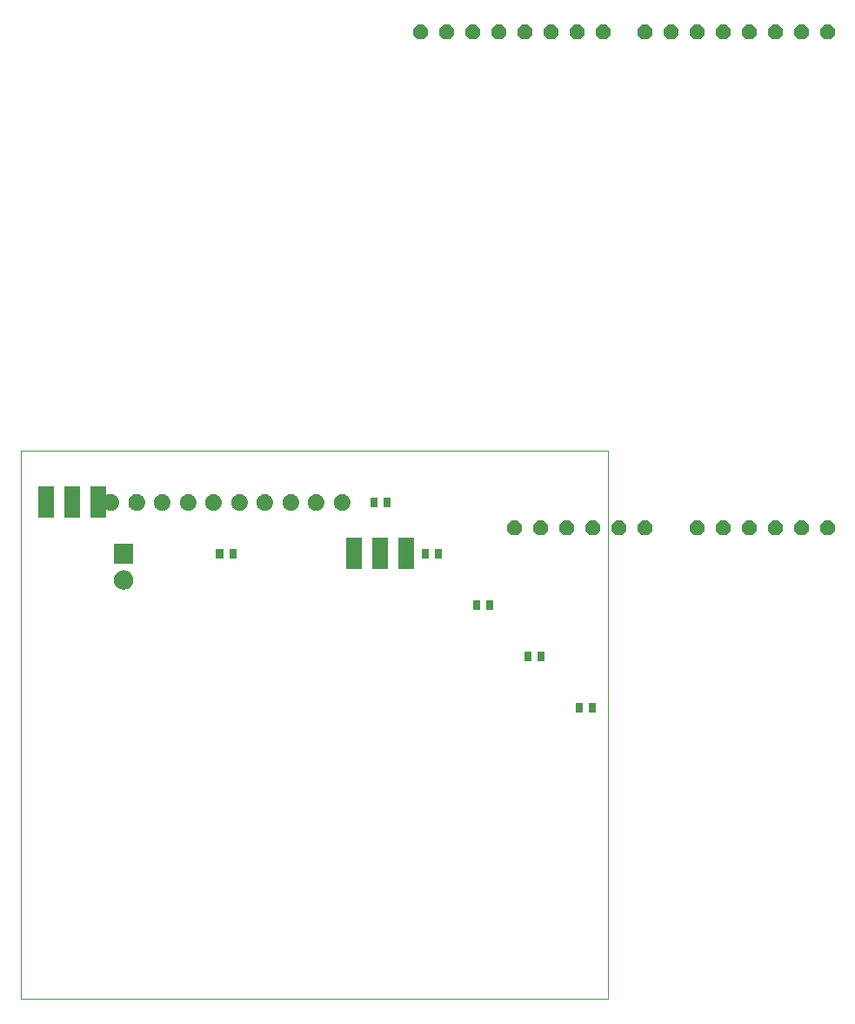
<source format=gts>
G75*
G71*
%OFA0B0*%
%FSLAX23Y23*%
%IPPOS*%
%LPD*%
%ADD10C,0.1*%
%LPD*%D10*
X0Y0D02*
X0Y100D01*
X0Y200D01*
X0Y300D01*
X0Y400D01*
X0Y499D01*
X0Y599D01*
X0Y699D01*
X0Y799D01*
X0Y899D01*
X0Y999D01*
X0Y1099D01*
X0Y1199D01*
X0Y1299D01*
X0Y1398D01*
X0Y1498D01*
X0Y1598D01*
X0Y1698D01*
X0Y1798D01*
X0Y1898D01*
X0Y1998D01*
X0Y2098D01*
X0Y2198D01*
X0Y2297D01*
X0Y2397D01*
X0Y2497D01*
X0Y2597D01*
X0Y2697D01*
X0Y2797D01*
X0Y2897D01*
X0Y2997D01*
X0Y3097D01*
X0Y3196D01*
X0Y3296D01*
X0Y3396D01*
X0Y3496D01*
X0Y3596D01*
X0Y3696D01*
X0Y3796D01*
X0Y3896D01*
X0Y3995D01*
X0Y4095D01*
X0Y4195D01*
X0Y4295D01*
X0Y4395D01*
X0Y4495D01*
X0Y4595D01*
X0Y4695D01*
X0Y4795D01*
X0Y4894D01*
X0Y4994D01*
X0Y5094D01*
X0Y5194D01*
X0Y5294D01*
X0Y5394D01*
X0Y5494D01*
X0Y5594D01*
X0Y5694D01*
X0Y5793D01*
X0Y5893D01*
X0Y5993D01*
X0Y6093D01*
X0Y6193D01*
X0Y6293D01*
X0Y6393D01*
X0Y6493D01*
X0Y6593D01*
X0Y6692D01*
X0Y6792D01*
X0Y6892D01*
X0Y6992D01*
X0Y7092D01*
X0Y7192D01*
X0Y7292D01*
X0Y7392D01*
X0Y7492D01*
X0Y7591D01*
X0Y7691D01*
X0Y7791D01*
X0Y7891D01*
X0Y7991D01*
X0Y8091D01*
X0Y8191D01*
X0Y8291D01*
X0Y8391D01*
X0Y8490D01*
X0Y8590D01*
X0Y8690D01*
X0Y8790D01*
X0Y8890D01*
X0Y8990D01*
X0Y9090D01*
X0Y9190D01*
X0Y9290D01*
X0Y9389D01*
X0Y9489D01*
X0Y9589D01*
X0Y9689D01*
X0Y9789D01*
X0Y9889D01*
X0Y9989D01*
X0Y10089D01*
X0Y10188D01*
X0Y10288D01*
X0Y10388D01*
X0Y10488D01*
X0Y10588D01*
X0Y10688D01*
X0Y10788D01*
X0Y10888D01*
X0Y10988D01*
X0Y11087D01*
X0Y11187D01*
X0Y11287D01*
X0Y11387D01*
X0Y11487D01*
X0Y11587D01*
X0Y11687D01*
X0Y11787D01*
X0Y11887D01*
X0Y11986D01*
X0Y12086D01*
X0Y12186D01*
X0Y12286D01*
X0Y12386D01*
X0Y12486D01*
X0Y12586D01*
X0Y12686D01*
X0Y12786D01*
X0Y12885D01*
X0Y12985D01*
X0Y13085D01*
X0Y13185D01*
X0Y13285D01*
X0Y13385D01*
X0Y13485D01*
X0Y13585D01*
X0Y13685D01*
X0Y13784D01*
X0Y13884D01*
X0Y13984D01*
X0Y14084D01*
X0Y14184D01*
X0Y14284D01*
X0Y14384D01*
X0Y14484D01*
X0Y14584D01*
X0Y14683D01*
X0Y14783D01*
X0Y14883D01*
X0Y14983D01*
X0Y15083D01*
X0Y15183D01*
X0Y15283D01*
X0Y15383D01*
X0Y15483D01*
X0Y15582D01*
X0Y15682D01*
X0Y15782D01*
X0Y15882D01*
X0Y15982D01*
X0Y16082D01*
X0Y16182D01*
X0Y16282D01*
X0Y16381D01*
X0Y16481D01*
X0Y16581D01*
X0Y16681D01*
X0Y16781D01*
X0Y16881D01*
X0Y16981D01*
X0Y17081D01*
X0Y17181D01*
X0Y17280D01*
X0Y17380D01*
X0Y17480D01*
X0Y17580D01*
X0Y17680D01*
X0Y17780D01*
X0Y17880D01*
X0Y17980D01*
X0Y18080D01*
X0Y18179D01*
X0Y18279D01*
X0Y18379D01*
X0Y18479D01*
X0Y18579D01*
X0Y18679D01*
X0Y18779D01*
X0Y18879D01*
X0Y18979D01*
X0Y19078D01*
X0Y19178D01*
X0Y19278D01*
X0Y19378D01*
X0Y19478D01*
X0Y19578D01*
X0Y19678D01*
X0Y19778D01*
X0Y19878D01*
X0Y19977D01*
X0Y20077D01*
X0Y20177D01*
X0Y20277D01*
X0Y20377D01*
X0Y20477D01*
X0Y20577D01*
X0Y20677D01*
X0Y20777D01*
X0Y20876D01*
X0Y20976D01*
X0Y21076D01*
X0Y21176D01*
X0Y21276D01*
X0Y21376D01*
X0Y21476D01*
X0Y21576D01*
X0Y21676D01*
X0Y21775D01*
X0Y21875D01*
X0Y21975D01*
X0Y22075D01*
X0Y22175D01*
X0Y22275D01*
X0Y22375D01*
X0Y22475D01*
X0Y22575D01*
X0Y22674D01*
X0Y22774D01*
X0Y22874D01*
X0Y22974D01*
X0Y23074D01*
X0Y23174D01*
X0Y23274D01*
X0Y23374D01*
X0Y23473D01*
X0Y23573D01*
X0Y23673D01*
X0Y23773D01*
X0Y23873D01*
X0Y23973D01*
X0Y24073D01*
X0Y24173D01*
X0Y24273D01*
X0Y24372D01*
X0Y24472D01*
X0Y24572D01*
X0Y24672D01*
X0Y24772D01*
X0Y24872D01*
X0Y24972D01*
X0Y25072D01*
X0Y25172D01*
X0Y25271D01*
X0Y25371D01*
X0Y25471D01*
X0Y25571D01*
X0Y25671D01*
X0Y25771D01*
X0Y25871D01*
X0Y25971D01*
X0Y26071D01*
X0Y26170D01*
X0Y26270D01*
X0Y26370D01*
X0Y26470D01*
X0Y26570D01*
X0Y26670D01*
X0Y26770D01*
X0Y26870D01*
X0Y26970D01*
X0Y27069D01*
X0Y27169D01*
X0Y27269D01*
X0Y27369D01*
X0Y27469D01*
X0Y27569D01*
X0Y27669D01*
X0Y27769D01*
X0Y27869D01*
X0Y27968D01*
X0Y28068D01*
X0Y28168D01*
X0Y28268D01*
X0Y28368D01*
X0Y28468D01*
X0Y28568D01*
X0Y28668D01*
X0Y28768D01*
X0Y28867D01*
X0Y28967D01*
X0Y29067D01*
X0Y29167D01*
X0Y29267D01*
X0Y29367D01*
X0Y29467D01*
X0Y29567D01*
X0Y29667D01*
X0Y29766D01*
X0Y29866D01*
X0Y29966D01*
X0Y30066D01*
X0Y30166D01*
X0Y30266D01*
X0Y30366D01*
X0Y30466D01*
X0Y30565D01*
X0Y30665D01*
X0Y30765D01*
X0Y30865D01*
X0Y30965D01*
X0Y31065D01*
X0Y31165D01*
X0Y31265D01*
X0Y31365D01*
X0Y31464D01*
X0Y31564D01*
X0Y31664D01*
X0Y31764D01*
X0Y31864D01*
X0Y31964D01*
X0Y32064D01*
X0Y32164D01*
X0Y32264D01*
X0Y32363D01*
X0Y32463D01*
X0Y32563D01*
X0Y32663D01*
X0Y32763D01*
X0Y32863D01*
X0Y32963D01*
X0Y33063D01*
X0Y33163D01*
X0Y33262D01*
X0Y33362D01*
X0Y33462D01*
X0Y33562D01*
X0Y33662D01*
X0Y33762D01*
X0Y33862D01*
X0Y33962D01*
X0Y34062D01*
X0Y34161D01*
X0Y34261D01*
X0Y34361D01*
X0Y34461D01*
X0Y34561D01*
X0Y34661D01*
X0Y34761D01*
X0Y34861D01*
X0Y34961D01*
X0Y35060D01*
X0Y35160D01*
X0Y35260D01*
X0Y35360D01*
X0Y35460D01*
X0Y35560D01*
X0Y35660D01*
X0Y35760D01*
X0Y35860D01*
X0Y35959D01*
X0Y36059D01*
X0Y36159D01*
X0Y36259D01*
X0Y36359D01*
X0Y36459D01*
X0Y36559D01*
X0Y36659D01*
X0Y36759D01*
X0Y36858D01*
X0Y36958D01*
X0Y37058D01*
X0Y37158D01*
X0Y37258D01*
X0Y37358D01*
X0Y37458D01*
X0Y37558D01*
X0Y37658D01*
X0Y37757D01*
X0Y37857D01*
X0Y37957D01*
X0Y38057D01*
X0Y38157D01*
X0Y38257D01*
X0Y38357D01*
X0Y38457D01*
X0Y38556D01*
X0Y38656D01*
X0Y38756D01*
X0Y38856D01*
X0Y38956D01*
X0Y39056D01*
X0Y39156D01*
X0Y39256D01*
X0Y39356D01*
X0Y39455D01*
X0Y39555D01*
X0Y39655D01*
X0Y39755D01*
X0Y39855D01*
X0Y39955D01*
X0Y40055D01*
X0Y40155D01*
X0Y40255D01*
X0Y40354D01*
X0Y40454D01*
X0Y40554D01*
X0Y40654D01*
X0Y40754D01*
X0Y40854D01*
X0Y40954D01*
X0Y41054D01*
X0Y41154D01*
X0Y41253D01*
X0Y41353D01*
X0Y41453D01*
X0Y41553D01*
X0Y41653D01*
X0Y41753D01*
X0Y41853D01*
X0Y41953D01*
X0Y42053D01*
X0Y42152D01*
X0Y42252D01*
X0Y42352D01*
X0Y42452D01*
X0Y42552D01*
X0Y42652D01*
X0Y42752D01*
X0Y42852D01*
X0Y42952D01*
X0Y43051D01*
X0Y43151D01*
X0Y43251D01*
X0Y43351D01*
X0Y43451D01*
X0Y43551D01*
X0Y43651D01*
X0Y43751D01*
X0Y43851D01*
X0Y43950D01*
X0Y44050D01*
X0Y44150D01*
X0Y44250D01*
X0Y44350D01*
X0Y44450D01*
X0Y44550D01*
X0Y44650D01*
X0Y44750D01*
X0Y44849D01*
X0Y44949D01*
X0Y45049D01*
X0Y45149D01*
X0Y45249D01*
X0Y45349D01*
X0Y45449D01*
X0Y45549D01*
X0Y45649D01*
X0Y45748D01*
X0Y45848D01*
X0Y45948D01*
X0Y46048D01*
X0Y46148D01*
X0Y46248D01*
X0Y46348D01*
X0Y46448D01*
X0Y46548D01*
X0Y46647D01*
X0Y46747D01*
X0Y46847D01*
X0Y46947D01*
X0Y47047D01*
X0Y47147D01*
X0Y47247D01*
X0Y47347D01*
X0Y47447D01*
X0Y47546D01*
X0Y47646D01*
X0Y47746D01*
X0Y47846D01*
X0Y47946D01*
X0Y48046D01*
X0Y48146D01*
X0Y48246D01*
X0Y48346D01*
X0Y48445D01*
X0Y48545D01*
X0Y48645D01*
X0Y48745D01*
X0Y48845D01*
X0Y48945D01*
X0Y49045D01*
X0Y49145D01*
X0Y49244D01*
X0Y49344D01*
X0Y49444D01*
X0Y49544D01*
X0Y49644D01*
X0Y49744D01*
X0Y49844D01*
X0Y49944D01*
X0Y50044D01*
X0Y50143D01*
X0Y50243D01*
X0Y50343D01*
X0Y50443D01*
X0Y50543D01*
X0Y50643D01*
X0Y50743D01*
X0Y50843D01*
X0Y50943D01*
X0Y51043D01*
X0Y51142D01*
X0Y51242D01*
X0Y51342D01*
X0Y51442D01*
X0Y51542D01*
X0Y51642D01*
X0Y51742D01*
X0Y51842D01*
X0Y51942D01*
X0Y52041D01*
X0Y52141D01*
X0Y52241D01*
X0Y52341D01*
X0Y52441D01*
X0Y52541D01*
X0Y52641D01*
X0Y52741D01*
X0Y52841D01*
X0Y52940D01*
X0Y53040D01*
X0Y53140D01*
X0Y53240D01*
X0Y53340D01*
X100Y53340D01*
X200Y53340D01*
X300Y53340D01*
X400Y53340D01*
X500Y53340D01*
X599Y53340D01*
X699Y53340D01*
X799Y53340D01*
X899Y53340D01*
X999Y53340D01*
X1099Y53340D01*
X1199Y53340D01*
X1299Y53340D01*
X1399Y53340D01*
X1499Y53340D01*
X1599Y53340D01*
X1699Y53340D01*
X1798Y53340D01*
X1898Y53340D01*
X1998Y53340D01*
X2098Y53340D01*
X2198Y53340D01*
X2298Y53340D01*
X2398Y53340D01*
X2498Y53340D01*
X2598Y53340D01*
X2698Y53340D01*
X2798Y53340D01*
X2897Y53340D01*
X2997Y53340D01*
X3097Y53340D01*
X3197Y53340D01*
X3297Y53340D01*
X3397Y53340D01*
X3497Y53340D01*
X3597Y53340D01*
X3697Y53340D01*
X3797Y53340D01*
X3897Y53340D01*
X3996Y53340D01*
X4096Y53340D01*
X4196Y53340D01*
X4296Y53340D01*
X4396Y53340D01*
X4496Y53340D01*
X4596Y53340D01*
X4696Y53340D01*
X4796Y53340D01*
X4896Y53340D01*
X4996Y53340D01*
X5096Y53340D01*
X5195Y53340D01*
X5295Y53340D01*
X5395Y53340D01*
X5495Y53340D01*
X5595Y53340D01*
X5695Y53340D01*
X5795Y53340D01*
X5895Y53340D01*
X5995Y53340D01*
X6095Y53340D01*
X6195Y53340D01*
X6294Y53340D01*
X6394Y53340D01*
X6494Y53340D01*
X6594Y53340D01*
X6694Y53340D01*
X6794Y53340D01*
X6894Y53340D01*
X6994Y53340D01*
X7094Y53340D01*
X7194Y53340D01*
X7294Y53340D01*
X7393Y53340D01*
X7493Y53340D01*
X7593Y53340D01*
X7693Y53340D01*
X7793Y53340D01*
X7893Y53340D01*
X7993Y53340D01*
X8093Y53340D01*
X8193Y53340D01*
X8293Y53340D01*
X8393Y53340D01*
X8493Y53340D01*
X8592Y53340D01*
X8692Y53340D01*
X8792Y53340D01*
X8892Y53340D01*
X8992Y53340D01*
X9092Y53340D01*
X9192Y53340D01*
X9292Y53340D01*
X9392Y53340D01*
X9492Y53340D01*
X9592Y53340D01*
X9691Y53340D01*
X9791Y53340D01*
X9891Y53340D01*
X9991Y53340D01*
X10091Y53340D01*
X10191Y53340D01*
X10291Y53340D01*
X10391Y53340D01*
X10491Y53340D01*
X10591Y53340D01*
X10691Y53340D01*
X10791Y53340D01*
X10890Y53340D01*
X10990Y53340D01*
X11090Y53340D01*
X11190Y53340D01*
X11290Y53340D01*
X11390Y53340D01*
X11490Y53340D01*
X11590Y53340D01*
X11690Y53340D01*
X11790Y53340D01*
X11890Y53340D01*
X11989Y53340D01*
X12089Y53340D01*
X12189Y53340D01*
X12289Y53340D01*
X12389Y53340D01*
X12489Y53340D01*
X12589Y53340D01*
X12689Y53340D01*
X12789Y53340D01*
X12889Y53340D01*
X12989Y53340D01*
X13088Y53340D01*
X13188Y53340D01*
X13288Y53340D01*
X13388Y53340D01*
X13488Y53340D01*
X13588Y53340D01*
X13688Y53340D01*
X13788Y53340D01*
X13888Y53340D01*
X13988Y53340D01*
X14088Y53340D01*
X14188Y53340D01*
X14287Y53340D01*
X14387Y53340D01*
X14487Y53340D01*
X14587Y53340D01*
X14687Y53340D01*
X14787Y53340D01*
X14887Y53340D01*
X14987Y53340D01*
X15087Y53340D01*
X15187Y53340D01*
X15287Y53340D01*
X15386Y53340D01*
X15486Y53340D01*
X15586Y53340D01*
X15686Y53340D01*
X15786Y53340D01*
X15886Y53340D01*
X15986Y53340D01*
X16086Y53340D01*
X16186Y53340D01*
X16286Y53340D01*
X16386Y53340D01*
X16485Y53340D01*
X16585Y53340D01*
X16685Y53340D01*
X16785Y53340D01*
X16885Y53340D01*
X16985Y53340D01*
X17085Y53340D01*
X17185Y53340D01*
X17285Y53340D01*
X17385Y53340D01*
X17485Y53340D01*
X17585Y53340D01*
X17684Y53340D01*
X17784Y53340D01*
X17884Y53340D01*
X17984Y53340D01*
X18084Y53340D01*
X18184Y53340D01*
X18284Y53340D01*
X18384Y53340D01*
X18484Y53340D01*
X18584Y53340D01*
X18684Y53340D01*
X18783Y53340D01*
X18883Y53340D01*
X18983Y53340D01*
X19083Y53340D01*
X19183Y53340D01*
X19283Y53340D01*
X19383Y53340D01*
X19483Y53340D01*
X19583Y53340D01*
X19683Y53340D01*
X19783Y53340D01*
X19883Y53340D01*
X19982Y53340D01*
X20082Y53340D01*
X20182Y53340D01*
X20282Y53340D01*
X20382Y53340D01*
X20482Y53340D01*
X20582Y53340D01*
X20682Y53340D01*
X20782Y53340D01*
X20882Y53340D01*
X20982Y53340D01*
X21081Y53340D01*
X21181Y53340D01*
X21281Y53340D01*
X21381Y53340D01*
X21481Y53340D01*
X21581Y53340D01*
X21681Y53340D01*
X21781Y53340D01*
X21881Y53340D01*
X21981Y53340D01*
X22081Y53340D01*
X22180Y53340D01*
X22280Y53340D01*
X22380Y53340D01*
X22480Y53340D01*
X22580Y53340D01*
X22680Y53340D01*
X22780Y53340D01*
X22880Y53340D01*
X22980Y53340D01*
X23080Y53340D01*
X23180Y53340D01*
X23280Y53340D01*
X23379Y53340D01*
X23479Y53340D01*
X23579Y53340D01*
X23679Y53340D01*
X23779Y53340D01*
X23879Y53340D01*
X23979Y53340D01*
X24079Y53340D01*
X24179Y53340D01*
X24279Y53340D01*
X24379Y53340D01*
X24478Y53340D01*
X24578Y53340D01*
X24678Y53340D01*
X24778Y53340D01*
X24878Y53340D01*
X24978Y53340D01*
X25078Y53340D01*
X25178Y53340D01*
X25278Y53340D01*
X25378Y53340D01*
X25478Y53340D01*
X25578Y53340D01*
X25677Y53340D01*
X25777Y53340D01*
X25877Y53340D01*
X25977Y53340D01*
X26077Y53340D01*
X26177Y53340D01*
X26277Y53340D01*
X26377Y53340D01*
X26477Y53340D01*
X26577Y53340D01*
X26677Y53340D01*
X26776Y53340D01*
X26876Y53340D01*
X26976Y53340D01*
X27076Y53340D01*
X27176Y53340D01*
X27276Y53340D01*
X27376Y53340D01*
X27476Y53340D01*
X27576Y53340D01*
X27676Y53340D01*
X27776Y53340D01*
X27875Y53340D01*
X27975Y53340D01*
X28075Y53340D01*
X28175Y53340D01*
X28275Y53340D01*
X28375Y53340D01*
X28475Y53340D01*
X28575Y53340D01*
X28675Y53340D01*
X28775Y53340D01*
X28875Y53340D01*
X28975Y53340D01*
X29074Y53340D01*
X29174Y53340D01*
X29274Y53340D01*
X29374Y53340D01*
X29474Y53340D01*
X29574Y53340D01*
X29674Y53340D01*
X29774Y53340D01*
X29874Y53340D01*
X29974Y53340D01*
X30074Y53340D01*
X30173Y53340D01*
X30273Y53340D01*
X30373Y53340D01*
X30473Y53340D01*
X30573Y53340D01*
X30673Y53340D01*
X30773Y53340D01*
X30873Y53340D01*
X30973Y53340D01*
X31073Y53340D01*
X31173Y53340D01*
X31273Y53340D01*
X31372Y53340D01*
X31472Y53340D01*
X31572Y53340D01*
X31672Y53340D01*
X31772Y53340D01*
X31872Y53340D01*
X31972Y53340D01*
X32072Y53340D01*
X32172Y53340D01*
X32272Y53340D01*
X32372Y53340D01*
X32471Y53340D01*
X32571Y53340D01*
X32671Y53340D01*
X32771Y53340D01*
X32871Y53340D01*
X32971Y53340D01*
X33071Y53340D01*
X33171Y53340D01*
X33271Y53340D01*
X33371Y53340D01*
X33471Y53340D01*
X33571Y53340D01*
X33670Y53340D01*
X33770Y53340D01*
X33870Y53340D01*
X33970Y53340D01*
X34070Y53340D01*
X34170Y53340D01*
X34270Y53340D01*
X34370Y53340D01*
X34470Y53340D01*
X34570Y53340D01*
X34670Y53340D01*
X34769Y53340D01*
X34869Y53340D01*
X34969Y53340D01*
X35069Y53340D01*
X35169Y53340D01*
X35269Y53340D01*
X35369Y53340D01*
X35469Y53340D01*
X35569Y53340D01*
X35669Y53340D01*
X35769Y53340D01*
X35868Y53340D01*
X35968Y53340D01*
X36068Y53340D01*
X36168Y53340D01*
X36268Y53340D01*
X36368Y53340D01*
X36468Y53340D01*
X36568Y53340D01*
X36668Y53340D01*
X36768Y53340D01*
X36868Y53340D01*
X36968Y53340D01*
X37067Y53340D01*
X37167Y53340D01*
X37267Y53340D01*
X37367Y53340D01*
X37467Y53340D01*
X37567Y53340D01*
X37667Y53340D01*
X37767Y53340D01*
X37867Y53340D01*
X37967Y53340D01*
X38067Y53340D01*
X38166Y53340D01*
X38266Y53340D01*
X38366Y53340D01*
X38466Y53340D01*
X38566Y53340D01*
X38666Y53340D01*
X38766Y53340D01*
X38866Y53340D01*
X38966Y53340D01*
X39066Y53340D01*
X39166Y53340D01*
X39265Y53340D01*
X39365Y53340D01*
X39465Y53340D01*
X39565Y53340D01*
X39665Y53340D01*
X39765Y53340D01*
X39865Y53340D01*
X39965Y53340D01*
X40065Y53340D01*
X40165Y53340D01*
X40265Y53340D01*
X40365Y53340D01*
X40464Y53340D01*
X40564Y53340D01*
X40664Y53340D01*
X40764Y53340D01*
X40864Y53340D01*
X40964Y53340D01*
X41064Y53340D01*
X41164Y53340D01*
X41264Y53340D01*
X41364Y53340D01*
X41464Y53340D01*
X41563Y53340D01*
X41663Y53340D01*
X41763Y53340D01*
X41863Y53340D01*
X41963Y53340D01*
X42063Y53340D01*
X42163Y53340D01*
X42263Y53340D01*
X42363Y53340D01*
X42463Y53340D01*
X42563Y53340D01*
X42663Y53340D01*
X42762Y53340D01*
X42862Y53340D01*
X42962Y53340D01*
X43062Y53340D01*
X43162Y53340D01*
X43262Y53340D01*
X43362Y53340D01*
X43462Y53340D01*
X43562Y53340D01*
X43662Y53340D01*
X43762Y53340D01*
X43861Y53340D01*
X43961Y53340D01*
X44061Y53340D01*
X44161Y53340D01*
X44261Y53340D01*
X44361Y53340D01*
X44461Y53340D01*
X44561Y53340D01*
X44661Y53340D01*
X44761Y53340D01*
X44861Y53340D01*
X44961Y53340D01*
X45060Y53340D01*
X45160Y53340D01*
X45260Y53340D01*
X45360Y53340D01*
X45460Y53340D01*
X45560Y53340D01*
X45660Y53340D01*
X45760Y53340D01*
X45860Y53340D01*
X45960Y53340D01*
X46060Y53340D01*
X46159Y53340D01*
X46259Y53340D01*
X46359Y53340D01*
X46459Y53340D01*
X46559Y53340D01*
X46659Y53340D01*
X46759Y53340D01*
X46859Y53340D01*
X46959Y53340D01*
X47059Y53340D01*
X47159Y53340D01*
X47259Y53340D01*
X47358Y53340D01*
X47458Y53340D01*
X47558Y53340D01*
X47658Y53340D01*
X47758Y53340D01*
X47858Y53340D01*
X47958Y53340D01*
X48058Y53340D01*
X48158Y53340D01*
X48258Y53340D01*
X48358Y53340D01*
X48457Y53340D01*
X48557Y53340D01*
X48657Y53340D01*
X48757Y53340D01*
X48857Y53340D01*
X48957Y53340D01*
X49057Y53340D01*
X49157Y53340D01*
X49257Y53340D01*
X49357Y53340D01*
X49457Y53340D01*
X49557Y53340D01*
X49656Y53340D01*
X49756Y53340D01*
X49856Y53340D01*
X49956Y53340D01*
X50056Y53340D01*
X50156Y53340D01*
X50256Y53340D01*
X50356Y53340D01*
X50456Y53340D01*
X50556Y53340D01*
X50656Y53340D01*
X50755Y53340D01*
X50855Y53340D01*
X50955Y53340D01*
X51055Y53340D01*
X51155Y53340D01*
X51255Y53340D01*
X51355Y53340D01*
X51455Y53340D01*
X51555Y53340D01*
X51655Y53340D01*
X51755Y53340D01*
X51855Y53340D01*
X51954Y53340D01*
X52054Y53340D01*
X52154Y53340D01*
X52254Y53340D01*
X52354Y53340D01*
X52454Y53340D01*
X52554Y53340D01*
X52654Y53340D01*
X52754Y53340D01*
X52854Y53340D01*
X52954Y53340D01*
X53053Y53340D01*
X53153Y53340D01*
X53253Y53340D01*
X53353Y53340D01*
X53453Y53340D01*
X53553Y53340D01*
X53653Y53340D01*
X53753Y53340D01*
X53853Y53340D01*
X53953Y53340D01*
X54053Y53340D01*
X54153Y53340D01*
X54252Y53340D01*
X54352Y53340D01*
X54452Y53340D01*
X54552Y53340D01*
X54652Y53340D01*
X54752Y53340D01*
X54852Y53340D01*
X54952Y53340D01*
X55052Y53340D01*
X55152Y53340D01*
X55252Y53340D01*
X55351Y53340D01*
X55451Y53340D01*
X55551Y53340D01*
X55651Y53340D01*
X55751Y53340D01*
X55851Y53340D01*
X55951Y53340D01*
X56051Y53340D01*
X56151Y53340D01*
X56251Y53340D01*
X56351Y53340D01*
X56451Y53340D01*
X56550Y53340D01*
X56650Y53340D01*
X56750Y53340D01*
X56850Y53340D01*
X56950Y53340D01*
X57050Y53340D01*
X57150Y53340D01*
X57150Y53240D01*
X57150Y53140D01*
X57150Y53040D01*
X57150Y52940D01*
X57150Y52841D01*
X57150Y52741D01*
X57150Y52641D01*
X57150Y52541D01*
X57150Y52441D01*
X57150Y52341D01*
X57150Y52241D01*
X57150Y52141D01*
X57150Y52041D01*
X57150Y51942D01*
X57150Y51842D01*
X57150Y51742D01*
X57150Y51642D01*
X57150Y51542D01*
X57150Y51442D01*
X57150Y51342D01*
X57150Y51242D01*
X57150Y51142D01*
X57150Y51043D01*
X57150Y50943D01*
X57150Y50843D01*
X57150Y50743D01*
X57150Y50643D01*
X57150Y50543D01*
X57150Y50443D01*
X57150Y50343D01*
X57150Y50243D01*
X57150Y50144D01*
X57150Y50044D01*
X57150Y49944D01*
X57150Y49844D01*
X57150Y49744D01*
X57150Y49644D01*
X57150Y49544D01*
X57150Y49444D01*
X57150Y49345D01*
X57150Y49245D01*
X57150Y49145D01*
X57150Y49045D01*
X57150Y48945D01*
X57150Y48845D01*
X57150Y48745D01*
X57150Y48645D01*
X57150Y48545D01*
X57150Y48446D01*
X57150Y48346D01*
X57150Y48246D01*
X57150Y48146D01*
X57150Y48046D01*
X57150Y47946D01*
X57150Y47846D01*
X57150Y47746D01*
X57150Y47646D01*
X57150Y47547D01*
X57150Y47447D01*
X57150Y47347D01*
X57150Y47247D01*
X57150Y47147D01*
X57150Y47047D01*
X57150Y46947D01*
X57150Y46847D01*
X57150Y46747D01*
X57150Y46648D01*
X57150Y46548D01*
X57150Y46448D01*
X57150Y46348D01*
X57150Y46248D01*
X57150Y46148D01*
X57150Y46048D01*
X57150Y45948D01*
X57150Y45848D01*
X57150Y45749D01*
X57150Y45649D01*
X57150Y45549D01*
X57150Y45449D01*
X57150Y45349D01*
X57150Y45249D01*
X57150Y45149D01*
X57150Y45049D01*
X57150Y44949D01*
X57150Y44850D01*
X57150Y44750D01*
X57150Y44650D01*
X57150Y44550D01*
X57150Y44450D01*
X57150Y44350D01*
X57150Y44250D01*
X57150Y44150D01*
X57150Y44050D01*
X57150Y43951D01*
X57150Y43851D01*
X57150Y43751D01*
X57150Y43651D01*
X57150Y43551D01*
X57150Y43451D01*
X57150Y43351D01*
X57150Y43251D01*
X57150Y43152D01*
X57150Y43052D01*
X57150Y42952D01*
X57150Y42852D01*
X57150Y42752D01*
X57150Y42652D01*
X57150Y42552D01*
X57150Y42452D01*
X57150Y42352D01*
X57150Y42253D01*
X57150Y42153D01*
X57150Y42053D01*
X57150Y41953D01*
X57150Y41853D01*
X57150Y41753D01*
X57150Y41653D01*
X57150Y41553D01*
X57150Y41453D01*
X57150Y41354D01*
X57150Y41254D01*
X57150Y41154D01*
X57150Y41054D01*
X57150Y40954D01*
X57150Y40854D01*
X57150Y40754D01*
X57150Y40654D01*
X57150Y40554D01*
X57150Y40455D01*
X57150Y40355D01*
X57150Y40255D01*
X57150Y40155D01*
X57150Y40055D01*
X57150Y39955D01*
X57150Y39855D01*
X57150Y39755D01*
X57150Y39655D01*
X57150Y39556D01*
X57150Y39456D01*
X57150Y39356D01*
X57150Y39256D01*
X57150Y39156D01*
X57150Y39056D01*
X57150Y38956D01*
X57150Y38856D01*
X57150Y38756D01*
X57150Y38657D01*
X57150Y38557D01*
X57150Y38457D01*
X57150Y38357D01*
X57150Y38257D01*
X57150Y38157D01*
X57150Y38057D01*
X57150Y37957D01*
X57150Y37857D01*
X57150Y37758D01*
X57150Y37658D01*
X57150Y37558D01*
X57150Y37458D01*
X57150Y37358D01*
X57150Y37258D01*
X57150Y37158D01*
X57150Y37058D01*
X57150Y36959D01*
X57150Y36859D01*
X57150Y36759D01*
X57150Y36659D01*
X57150Y36559D01*
X57150Y36459D01*
X57150Y36359D01*
X57150Y36259D01*
X57150Y36159D01*
X57150Y36060D01*
X57150Y35960D01*
X57150Y35860D01*
X57150Y35760D01*
X57150Y35660D01*
X57150Y35560D01*
X57150Y35460D01*
X57150Y35360D01*
X57150Y35260D01*
X57150Y35161D01*
X57150Y35061D01*
X57150Y34961D01*
X57150Y34861D01*
X57150Y34761D01*
X57150Y34661D01*
X57150Y34561D01*
X57150Y34461D01*
X57150Y34361D01*
X57150Y34262D01*
X57150Y34162D01*
X57150Y34062D01*
X57150Y33962D01*
X57150Y33862D01*
X57150Y33762D01*
X57150Y33662D01*
X57150Y33562D01*
X57150Y33462D01*
X57150Y33363D01*
X57150Y33263D01*
X57150Y33163D01*
X57150Y33063D01*
X57150Y32963D01*
X57150Y32863D01*
X57150Y32763D01*
X57150Y32663D01*
X57150Y32563D01*
X57150Y32464D01*
X57150Y32364D01*
X57150Y32264D01*
X57150Y32164D01*
X57150Y32064D01*
X57150Y31964D01*
X57150Y31864D01*
X57150Y31764D01*
X57150Y31664D01*
X57150Y31565D01*
X57150Y31465D01*
X57150Y31365D01*
X57150Y31265D01*
X57150Y31165D01*
X57150Y31065D01*
X57150Y30965D01*
X57150Y30865D01*
X57150Y30765D01*
X57150Y30666D01*
X57150Y30566D01*
X57150Y30466D01*
X57150Y30366D01*
X57150Y30266D01*
X57150Y30166D01*
X57150Y30066D01*
X57150Y29966D01*
X57150Y29867D01*
X57150Y29767D01*
X57150Y29667D01*
X57150Y29567D01*
X57150Y29467D01*
X57150Y29367D01*
X57150Y29267D01*
X57150Y29167D01*
X57150Y29067D01*
X57150Y28968D01*
X57150Y28868D01*
X57150Y28768D01*
X57150Y28668D01*
X57150Y28568D01*
X57150Y28468D01*
X57150Y28368D01*
X57150Y28268D01*
X57150Y28168D01*
X57150Y28069D01*
X57150Y27969D01*
X57150Y27869D01*
X57150Y27769D01*
X57150Y27669D01*
X57150Y27569D01*
X57150Y27469D01*
X57150Y27369D01*
X57150Y27269D01*
X57150Y27170D01*
X57150Y27070D01*
X57150Y26970D01*
X57150Y26870D01*
X57150Y26770D01*
X57150Y26670D01*
X57150Y26570D01*
X57150Y26470D01*
X57150Y26370D01*
X57150Y26271D01*
X57150Y26171D01*
X57150Y26071D01*
X57150Y25971D01*
X57150Y25871D01*
X57150Y25771D01*
X57150Y25671D01*
X57150Y25571D01*
X57150Y25471D01*
X57150Y25372D01*
X57150Y25272D01*
X57150Y25172D01*
X57150Y25072D01*
X57150Y24972D01*
X57150Y24872D01*
X57150Y24772D01*
X57150Y24672D01*
X57150Y24572D01*
X57150Y24473D01*
X57150Y24373D01*
X57150Y24273D01*
X57150Y24173D01*
X57150Y24073D01*
X57150Y23973D01*
X57150Y23873D01*
X57150Y23773D01*
X57150Y23673D01*
X57150Y23574D01*
X57150Y23474D01*
X57150Y23374D01*
X57150Y23274D01*
X57150Y23174D01*
X57150Y23074D01*
X57150Y22974D01*
X57150Y22874D01*
X57150Y22775D01*
X57150Y22675D01*
X57150Y22575D01*
X57150Y22475D01*
X57150Y22375D01*
X57150Y22275D01*
X57150Y22175D01*
X57150Y22075D01*
X57150Y21975D01*
X57150Y21876D01*
X57150Y21776D01*
X57150Y21676D01*
X57150Y21576D01*
X57150Y21476D01*
X57150Y21376D01*
X57150Y21276D01*
X57150Y21176D01*
X57150Y21076D01*
X57150Y20977D01*
X57150Y20877D01*
X57150Y20777D01*
X57150Y20677D01*
X57150Y20577D01*
X57150Y20477D01*
X57150Y20377D01*
X57150Y20277D01*
X57150Y20177D01*
X57150Y20078D01*
X57150Y19978D01*
X57150Y19878D01*
X57150Y19778D01*
X57150Y19678D01*
X57150Y19578D01*
X57150Y19478D01*
X57150Y19378D01*
X57150Y19278D01*
X57150Y19179D01*
X57150Y19079D01*
X57150Y18979D01*
X57150Y18879D01*
X57150Y18779D01*
X57150Y18679D01*
X57150Y18579D01*
X57150Y18479D01*
X57150Y18379D01*
X57150Y18280D01*
X57150Y18180D01*
X57150Y18080D01*
X57150Y17980D01*
X57150Y17880D01*
X57150Y17780D01*
X57150Y17680D01*
X57150Y17580D01*
X57150Y17480D01*
X57150Y17381D01*
X57150Y17281D01*
X57150Y17181D01*
X57150Y17081D01*
X57150Y16981D01*
X57150Y16881D01*
X57150Y16781D01*
X57150Y16681D01*
X57150Y16581D01*
X57150Y16482D01*
X57150Y16382D01*
X57150Y16282D01*
X57150Y16182D01*
X57150Y16082D01*
X57150Y15982D01*
X57150Y15882D01*
X57150Y15782D01*
X57150Y15682D01*
X57150Y15583D01*
X57150Y15483D01*
X57150Y15383D01*
X57150Y15283D01*
X57150Y15183D01*
X57150Y15083D01*
X57150Y14983D01*
X57150Y14883D01*
X57150Y14784D01*
X57150Y14684D01*
X57150Y14584D01*
X57150Y14484D01*
X57150Y14384D01*
X57150Y14284D01*
X57150Y14184D01*
X57150Y14084D01*
X57150Y13984D01*
X57150Y13885D01*
X57150Y13785D01*
X57150Y13685D01*
X57150Y13585D01*
X57150Y13485D01*
X57150Y13385D01*
X57150Y13285D01*
X57150Y13185D01*
X57150Y13085D01*
X57150Y12986D01*
X57150Y12886D01*
X57150Y12786D01*
X57150Y12686D01*
X57150Y12586D01*
X57150Y12486D01*
X57150Y12386D01*
X57150Y12286D01*
X57150Y12186D01*
X57150Y12087D01*
X57150Y11987D01*
X57150Y11887D01*
X57150Y11787D01*
X57150Y11687D01*
X57150Y11587D01*
X57150Y11487D01*
X57150Y11387D01*
X57150Y11287D01*
X57150Y11188D01*
X57150Y11088D01*
X57150Y10988D01*
X57150Y10888D01*
X57150Y10788D01*
X57150Y10688D01*
X57150Y10588D01*
X57150Y10488D01*
X57150Y10388D01*
X57150Y10289D01*
X57150Y10189D01*
X57150Y10089D01*
X57150Y9989D01*
X57150Y9889D01*
X57150Y9789D01*
X57150Y9689D01*
X57150Y9589D01*
X57150Y9489D01*
X57150Y9390D01*
X57150Y9290D01*
X57150Y9190D01*
X57150Y9090D01*
X57150Y8990D01*
X57150Y8890D01*
X57150Y8790D01*
X57150Y8690D01*
X57150Y8590D01*
X57150Y8491D01*
X57150Y8391D01*
X57150Y8291D01*
X57150Y8191D01*
X57150Y8091D01*
X57150Y7991D01*
X57150Y7891D01*
X57150Y7791D01*
X57150Y7691D01*
X57150Y7592D01*
X57150Y7492D01*
X57150Y7392D01*
X57150Y7292D01*
X57150Y7192D01*
X57150Y7092D01*
X57150Y6992D01*
X57150Y6892D01*
X57150Y6792D01*
X57150Y6693D01*
X57150Y6593D01*
X57150Y6493D01*
X57150Y6393D01*
X57150Y6293D01*
X57150Y6193D01*
X57150Y6093D01*
X57150Y5993D01*
X57150Y5893D01*
X57150Y5794D01*
X57150Y5694D01*
X57150Y5594D01*
X57150Y5494D01*
X57150Y5394D01*
X57150Y5294D01*
X57150Y5194D01*
X57150Y5094D01*
X57150Y4994D01*
X57150Y4895D01*
X57150Y4795D01*
X57150Y4695D01*
X57150Y4595D01*
X57150Y4495D01*
X57150Y4395D01*
X57150Y4295D01*
X57150Y4195D01*
X57150Y4096D01*
X57150Y3996D01*
X57150Y3896D01*
X57150Y3796D01*
X57150Y3696D01*
X57150Y3596D01*
X57150Y3496D01*
X57150Y3396D01*
X57150Y3296D01*
X57150Y3197D01*
X57150Y3097D01*
X57150Y2997D01*
X57150Y2897D01*
X57150Y2797D01*
X57150Y2697D01*
X57150Y2597D01*
X57150Y2497D01*
X57150Y2397D01*
X57150Y2297D01*
X57150Y2198D01*
X57150Y2098D01*
X57150Y1998D01*
X57150Y1898D01*
X57150Y1798D01*
X57150Y1698D01*
X57150Y1598D01*
X57150Y1498D01*
X57150Y1398D01*
X57150Y1299D01*
X57150Y1199D01*
X57150Y1099D01*
X57150Y999D01*
X57150Y899D01*
X57150Y799D01*
X57150Y699D01*
X57150Y599D01*
X57150Y499D01*
X57150Y400D01*
X57150Y300D01*
X57150Y200D01*
X57150Y100D01*
X57150Y0D01*
X57050Y0D01*
X56950Y0D01*
X56850Y0D01*
X56750Y0D01*
X56650Y0D01*
X56551Y0D01*
X56451Y0D01*
X56351Y0D01*
X56251Y0D01*
X56151Y0D01*
X56051Y0D01*
X55951Y0D01*
X55851Y0D01*
X55751Y0D01*
X55651Y0D01*
X55551Y0D01*
X55451Y0D01*
X55352Y0D01*
X55252Y0D01*
X55152Y0D01*
X55052Y0D01*
X54952Y0D01*
X54852Y0D01*
X54752Y0D01*
X54652Y0D01*
X54552Y0D01*
X54452Y0D01*
X54352Y0D01*
X54253Y0D01*
X54153Y0D01*
X54053Y0D01*
X53953Y0D01*
X53853Y0D01*
X53753Y0D01*
X53653Y0D01*
X53553Y0D01*
X53453Y0D01*
X53353Y0D01*
X53253Y0D01*
X53154Y0D01*
X53054Y0D01*
X52954Y0D01*
X52854Y0D01*
X52754Y0D01*
X52654Y0D01*
X52554Y0D01*
X52454Y0D01*
X52354Y0D01*
X52254Y0D01*
X52154Y0D01*
X52054Y0D01*
X51955Y0D01*
X51855Y0D01*
X51755Y0D01*
X51655Y0D01*
X51555Y0D01*
X51455Y0D01*
X51355Y0D01*
X51255Y0D01*
X51155Y0D01*
X51055Y0D01*
X50955Y0D01*
X50856Y0D01*
X50756Y0D01*
X50656Y0D01*
X50556Y0D01*
X50456Y0D01*
X50356Y0D01*
X50256Y0D01*
X50156Y0D01*
X50056Y0D01*
X49956Y0D01*
X49856Y0D01*
X49757Y0D01*
X49657Y0D01*
X49557Y0D01*
X49457Y0D01*
X49357Y0D01*
X49257Y0D01*
X49157Y0D01*
X49057Y0D01*
X48957Y0D01*
X48857Y0D01*
X48757Y0D01*
X48657Y0D01*
X48558Y0D01*
X48458Y0D01*
X48358Y0D01*
X48258Y0D01*
X48158Y0D01*
X48058Y0D01*
X47958Y0D01*
X47858Y0D01*
X47758Y0D01*
X47658Y0D01*
X47558Y0D01*
X47459Y0D01*
X47359Y0D01*
X47259Y0D01*
X47159Y0D01*
X47059Y0D01*
X46959Y0D01*
X46859Y0D01*
X46759Y0D01*
X46659Y0D01*
X46559Y0D01*
X46459Y0D01*
X46359Y0D01*
X46260Y0D01*
X46160Y0D01*
X46060Y0D01*
X45960Y0D01*
X45860Y0D01*
X45760Y0D01*
X45660Y0D01*
X45560Y0D01*
X45460Y0D01*
X45360Y0D01*
X45260Y0D01*
X45161Y0D01*
X45061Y0D01*
X44961Y0D01*
X44861Y0D01*
X44761Y0D01*
X44661Y0D01*
X44561Y0D01*
X44461Y0D01*
X44361Y0D01*
X44261Y0D01*
X44161Y0D01*
X44062Y0D01*
X43962Y0D01*
X43862Y0D01*
X43762Y0D01*
X43662Y0D01*
X43562Y0D01*
X43462Y0D01*
X43362Y0D01*
X43262Y0D01*
X43162Y0D01*
X43062Y0D01*
X42962Y0D01*
X42863Y0D01*
X42763Y0D01*
X42663Y0D01*
X42563Y0D01*
X42463Y0D01*
X42363Y0D01*
X42263Y0D01*
X42163Y0D01*
X42063Y0D01*
X41963Y0D01*
X41863Y0D01*
X41764Y0D01*
X41664Y0D01*
X41564Y0D01*
X41464Y0D01*
X41364Y0D01*
X41264Y0D01*
X41164Y0D01*
X41064Y0D01*
X40964Y0D01*
X40864Y0D01*
X40764Y0D01*
X40665Y0D01*
X40565Y0D01*
X40465Y0D01*
X40365Y0D01*
X40265Y0D01*
X40165Y0D01*
X40065Y0D01*
X39965Y0D01*
X39865Y0D01*
X39765Y0D01*
X39665Y0D01*
X39565Y0D01*
X39466Y0D01*
X39366Y0D01*
X39266Y0D01*
X39166Y0D01*
X39066Y0D01*
X38966Y0D01*
X38866Y0D01*
X38766Y0D01*
X38666Y0D01*
X38566Y0D01*
X38466Y0D01*
X38367Y0D01*
X38267Y0D01*
X38167Y0D01*
X38067Y0D01*
X37967Y0D01*
X37867Y0D01*
X37767Y0D01*
X37667Y0D01*
X37567Y0D01*
X37467Y0D01*
X37367Y0D01*
X37267Y0D01*
X37168Y0D01*
X37068Y0D01*
X36968Y0D01*
X36868Y0D01*
X36768Y0D01*
X36668Y0D01*
X36568Y0D01*
X36468Y0D01*
X36368Y0D01*
X36268Y0D01*
X36168Y0D01*
X36069Y0D01*
X35969Y0D01*
X35869Y0D01*
X35769Y0D01*
X35669Y0D01*
X35569Y0D01*
X35469Y0D01*
X35369Y0D01*
X35269Y0D01*
X35169Y0D01*
X35069Y0D01*
X34970Y0D01*
X34870Y0D01*
X34770Y0D01*
X34670Y0D01*
X34570Y0D01*
X34470Y0D01*
X34370Y0D01*
X34270Y0D01*
X34170Y0D01*
X34070Y0D01*
X33970Y0D01*
X33870Y0D01*
X33771Y0D01*
X33671Y0D01*
X33571Y0D01*
X33471Y0D01*
X33371Y0D01*
X33271Y0D01*
X33171Y0D01*
X33071Y0D01*
X32971Y0D01*
X32871Y0D01*
X32771Y0D01*
X32672Y0D01*
X32572Y0D01*
X32472Y0D01*
X32372Y0D01*
X32272Y0D01*
X32172Y0D01*
X32072Y0D01*
X31972Y0D01*
X31872Y0D01*
X31772Y0D01*
X31672Y0D01*
X31572Y0D01*
X31473Y0D01*
X31373Y0D01*
X31273Y0D01*
X31173Y0D01*
X31073Y0D01*
X30973Y0D01*
X30873Y0D01*
X30773Y0D01*
X30673Y0D01*
X30573Y0D01*
X30473Y0D01*
X30374Y0D01*
X30274Y0D01*
X30174Y0D01*
X30074Y0D01*
X29974Y0D01*
X29874Y0D01*
X29774Y0D01*
X29674Y0D01*
X29574Y0D01*
X29474Y0D01*
X29374Y0D01*
X29275Y0D01*
X29175Y0D01*
X29075Y0D01*
X28975Y0D01*
X28875Y0D01*
X28775Y0D01*
X28675Y0D01*
X28575Y0D01*
X28475Y0D01*
X28375Y0D01*
X28275Y0D01*
X28175Y0D01*
X28076Y0D01*
X27976Y0D01*
X27876Y0D01*
X27776Y0D01*
X27676Y0D01*
X27576Y0D01*
X27476Y0D01*
X27376Y0D01*
X27276Y0D01*
X27176Y0D01*
X27076Y0D01*
X26977Y0D01*
X26877Y0D01*
X26777Y0D01*
X26677Y0D01*
X26577Y0D01*
X26477Y0D01*
X26377Y0D01*
X26277Y0D01*
X26177Y0D01*
X26077Y0D01*
X25977Y0D01*
X25877Y0D01*
X25778Y0D01*
X25678Y0D01*
X25578Y0D01*
X25478Y0D01*
X25378Y0D01*
X25278Y0D01*
X25178Y0D01*
X25078Y0D01*
X24978Y0D01*
X24878Y0D01*
X24778Y0D01*
X24679Y0D01*
X24579Y0D01*
X24479Y0D01*
X24379Y0D01*
X24279Y0D01*
X24179Y0D01*
X24079Y0D01*
X23979Y0D01*
X23879Y0D01*
X23779Y0D01*
X23679Y0D01*
X23579Y0D01*
X23480Y0D01*
X23380Y0D01*
X23280Y0D01*
X23180Y0D01*
X23080Y0D01*
X22980Y0D01*
X22880Y0D01*
X22780Y0D01*
X22680Y0D01*
X22580Y0D01*
X22480Y0D01*
X22381Y0D01*
X22281Y0D01*
X22181Y0D01*
X22081Y0D01*
X21981Y0D01*
X21881Y0D01*
X21781Y0D01*
X21681Y0D01*
X21581Y0D01*
X21481Y0D01*
X21381Y0D01*
X21282Y0D01*
X21182Y0D01*
X21082Y0D01*
X20982Y0D01*
X20882Y0D01*
X20782Y0D01*
X20682Y0D01*
X20582Y0D01*
X20482Y0D01*
X20382Y0D01*
X20282Y0D01*
X20182Y0D01*
X20083Y0D01*
X19983Y0D01*
X19883Y0D01*
X19783Y0D01*
X19683Y0D01*
X19583Y0D01*
X19483Y0D01*
X19383Y0D01*
X19283Y0D01*
X19183Y0D01*
X19083Y0D01*
X18984Y0D01*
X18884Y0D01*
X18784Y0D01*
X18684Y0D01*
X18584Y0D01*
X18484Y0D01*
X18384Y0D01*
X18284Y0D01*
X18184Y0D01*
X18084Y0D01*
X17984Y0D01*
X17885Y0D01*
X17785Y0D01*
X17685Y0D01*
X17585Y0D01*
X17485Y0D01*
X17385Y0D01*
X17285Y0D01*
X17185Y0D01*
X17085Y0D01*
X16985Y0D01*
X16885Y0D01*
X16785Y0D01*
X16686Y0D01*
X16586Y0D01*
X16486Y0D01*
X16386Y0D01*
X16286Y0D01*
X16186Y0D01*
X16086Y0D01*
X15986Y0D01*
X15886Y0D01*
X15786Y0D01*
X15686Y0D01*
X15587Y0D01*
X15487Y0D01*
X15387Y0D01*
X15287Y0D01*
X15187Y0D01*
X15087Y0D01*
X14987Y0D01*
X14887Y0D01*
X14787Y0D01*
X14687Y0D01*
X14587Y0D01*
X14487Y0D01*
X14388Y0D01*
X14288Y0D01*
X14188Y0D01*
X14088Y0D01*
X13988Y0D01*
X13888Y0D01*
X13788Y0D01*
X13688Y0D01*
X13588Y0D01*
X13488Y0D01*
X13388Y0D01*
X13289Y0D01*
X13189Y0D01*
X13089Y0D01*
X12989Y0D01*
X12889Y0D01*
X12789Y0D01*
X12689Y0D01*
X12589Y0D01*
X12489Y0D01*
X12389Y0D01*
X12289Y0D01*
X12189Y0D01*
X12090Y0D01*
X11990Y0D01*
X11890Y0D01*
X11790Y0D01*
X11690Y0D01*
X11590Y0D01*
X11490Y0D01*
X11390Y0D01*
X11290Y0D01*
X11190Y0D01*
X11090Y0D01*
X10991Y0D01*
X10891Y0D01*
X10791Y0D01*
X10691Y0D01*
X10591Y0D01*
X10491Y0D01*
X10391Y0D01*
X10291Y0D01*
X10191Y0D01*
X10091Y0D01*
X9991Y0D01*
X9891Y0D01*
X9792Y0D01*
X9692Y0D01*
X9592Y0D01*
X9492Y0D01*
X9392Y0D01*
X9292Y0D01*
X9192Y0D01*
X9092Y0D01*
X8992Y0D01*
X8892Y0D01*
X8792Y0D01*
X8693Y0D01*
X8593Y0D01*
X8493Y0D01*
X8393Y0D01*
X8293Y0D01*
X8193Y0D01*
X8093Y0D01*
X7993Y0D01*
X7893Y0D01*
X7793Y0D01*
X7693Y0D01*
X7593Y0D01*
X7494Y0D01*
X7394Y0D01*
X7294Y0D01*
X7194Y0D01*
X7094Y0D01*
X6994Y0D01*
X6894Y0D01*
X6794Y0D01*
X6694Y0D01*
X6594Y0D01*
X6494Y0D01*
X6395Y0D01*
X6295Y0D01*
X6195Y0D01*
X6095Y0D01*
X5995Y0D01*
X5895Y0D01*
X5795Y0D01*
X5695Y0D01*
X5595Y0D01*
X5495Y0D01*
X5395Y0D01*
X5295Y0D01*
X5196Y0D01*
X5096Y0D01*
X4996Y0D01*
X4896Y0D01*
X4796Y0D01*
X4696Y0D01*
X4596Y0D01*
X4496Y0D01*
X4396Y0D01*
X4296Y0D01*
X4196Y0D01*
X4097Y0D01*
X3997Y0D01*
X3897Y0D01*
X3797Y0D01*
X3697Y0D01*
X3597Y0D01*
X3497Y0D01*
X3397Y0D01*
X3297Y0D01*
X3197Y0D01*
X3097Y0D01*
X2997Y0D01*
X2898Y0D01*
X2798Y0D01*
X2698Y0D01*
X2598Y0D01*
X2498Y0D01*
X2398Y0D01*
X2298Y0D01*
X2198Y0D01*
X2098Y0D01*
X1998Y0D01*
X1898Y0D01*
X1799Y0D01*
X1699Y0D01*
X1599Y0D01*
X1499Y0D01*
X1399Y0D01*
X1299Y0D01*
X1199Y0D01*
X1099Y0D01*
X999Y0D01*
X899Y0D01*
X799Y0D01*
X699Y0D01*
X600Y0D01*
X500Y0D01*
X400Y0D01*
X300Y0D01*
X200Y0D01*
X100Y0D01*
X0Y0D01*
X0Y0D01*
G36*
X8730Y47527D02*
X8628Y47534D01*
X8528Y47553D01*
X8431Y47584D01*
X8338Y47628D01*
X8252Y47682D01*
X8174Y47747D01*
X8104Y47822D01*
X8044Y47904D01*
X7995Y47994D01*
X7957Y48089D01*
X7932Y48188D01*
X7919Y48289D01*
X7919Y48391D01*
X7932Y48492D01*
X7957Y48591D01*
X7995Y48686D01*
X8044Y48776D01*
X8104Y48858D01*
X8174Y48933D01*
X8252Y48998D01*
X8338Y49052D01*
X8431Y49096D01*
X8528Y49127D01*
X8628Y49146D01*
X8730Y49153D01*
X8832Y49146D01*
X8932Y49127D01*
X9029Y49096D01*
X9122Y49052D01*
X9208Y48998D01*
X9286Y48933D01*
X9356Y48858D01*
X9416Y48776D01*
X9465Y48686D01*
X9503Y48591D01*
X9528Y48492D01*
X9541Y48391D01*
X9541Y48289D01*
X9528Y48188D01*
X9503Y48089D01*
X9465Y47994D01*
X9416Y47904D01*
X9356Y47822D01*
X9286Y47747D01*
X9208Y47682D01*
X9122Y47628D01*
X9029Y47584D01*
X8932Y47553D01*
X8832Y47534D01*
X8730Y47527D01*
G37*
G36*
X11270Y47527D02*
X11168Y47534D01*
X11068Y47553D01*
X10971Y47584D01*
X10878Y47628D01*
X10792Y47682D01*
X10714Y47747D01*
X10644Y47822D01*
X10584Y47904D01*
X10535Y47994D01*
X10497Y48089D01*
X10472Y48188D01*
X10459Y48289D01*
X10459Y48391D01*
X10472Y48492D01*
X10497Y48591D01*
X10535Y48686D01*
X10584Y48776D01*
X10644Y48858D01*
X10714Y48933D01*
X10792Y48998D01*
X10878Y49052D01*
X10971Y49096D01*
X11068Y49127D01*
X11168Y49146D01*
X11270Y49153D01*
X11372Y49146D01*
X11472Y49127D01*
X11569Y49096D01*
X11662Y49052D01*
X11748Y48998D01*
X11826Y48933D01*
X11896Y48858D01*
X11956Y48776D01*
X12005Y48686D01*
X12043Y48591D01*
X12068Y48492D01*
X12081Y48391D01*
X12081Y48289D01*
X12068Y48188D01*
X12043Y48089D01*
X12005Y47994D01*
X11956Y47904D01*
X11896Y47822D01*
X11826Y47747D01*
X11748Y47682D01*
X11662Y47628D01*
X11569Y47584D01*
X11472Y47553D01*
X11372Y47534D01*
X11270Y47527D01*
G37*
G36*
X13730Y47527D02*
X13628Y47534D01*
X13528Y47553D01*
X13431Y47584D01*
X13338Y47628D01*
X13252Y47682D01*
X13174Y47747D01*
X13104Y47822D01*
X13044Y47904D01*
X12995Y47994D01*
X12957Y48089D01*
X12932Y48188D01*
X12919Y48289D01*
X12919Y48391D01*
X12932Y48492D01*
X12957Y48591D01*
X12995Y48686D01*
X13044Y48776D01*
X13104Y48858D01*
X13174Y48933D01*
X13252Y48998D01*
X13338Y49052D01*
X13431Y49096D01*
X13528Y49127D01*
X13628Y49146D01*
X13730Y49153D01*
X13832Y49146D01*
X13932Y49127D01*
X14029Y49096D01*
X14122Y49052D01*
X14208Y48998D01*
X14286Y48933D01*
X14356Y48858D01*
X14416Y48776D01*
X14465Y48686D01*
X14503Y48591D01*
X14528Y48492D01*
X14541Y48391D01*
X14541Y48289D01*
X14528Y48188D01*
X14503Y48089D01*
X14465Y47994D01*
X14416Y47904D01*
X14356Y47822D01*
X14286Y47747D01*
X14208Y47682D01*
X14122Y47628D01*
X14029Y47584D01*
X13932Y47553D01*
X13832Y47534D01*
X13730Y47527D01*
G37*
G36*
X16270Y47527D02*
X16168Y47534D01*
X16068Y47553D01*
X15971Y47584D01*
X15878Y47628D01*
X15792Y47682D01*
X15714Y47747D01*
X15644Y47822D01*
X15584Y47904D01*
X15535Y47994D01*
X15497Y48089D01*
X15472Y48188D01*
X15459Y48289D01*
X15459Y48391D01*
X15472Y48492D01*
X15497Y48591D01*
X15535Y48686D01*
X15584Y48776D01*
X15644Y48858D01*
X15714Y48933D01*
X15792Y48998D01*
X15878Y49052D01*
X15971Y49096D01*
X16068Y49127D01*
X16168Y49146D01*
X16270Y49153D01*
X16372Y49146D01*
X16472Y49127D01*
X16569Y49096D01*
X16662Y49052D01*
X16748Y48998D01*
X16826Y48933D01*
X16896Y48858D01*
X16956Y48776D01*
X17005Y48686D01*
X17043Y48591D01*
X17068Y48492D01*
X17081Y48391D01*
X17081Y48289D01*
X17068Y48188D01*
X17043Y48089D01*
X17005Y47994D01*
X16956Y47904D01*
X16896Y47822D01*
X16826Y47747D01*
X16748Y47682D01*
X16662Y47628D01*
X16569Y47584D01*
X16472Y47553D01*
X16372Y47534D01*
X16270Y47527D01*
G37*
G36*
X18730Y47527D02*
X18628Y47534D01*
X18528Y47553D01*
X18431Y47584D01*
X18338Y47628D01*
X18252Y47682D01*
X18174Y47747D01*
X18104Y47822D01*
X18044Y47904D01*
X17995Y47994D01*
X17957Y48089D01*
X17932Y48188D01*
X17919Y48289D01*
X17919Y48391D01*
X17932Y48492D01*
X17957Y48591D01*
X17995Y48686D01*
X18044Y48776D01*
X18104Y48858D01*
X18174Y48933D01*
X18252Y48998D01*
X18338Y49052D01*
X18431Y49096D01*
X18528Y49127D01*
X18628Y49146D01*
X18730Y49153D01*
X18832Y49146D01*
X18932Y49127D01*
X19029Y49096D01*
X19122Y49052D01*
X19208Y48998D01*
X19286Y48933D01*
X19356Y48858D01*
X19416Y48776D01*
X19465Y48686D01*
X19503Y48591D01*
X19528Y48492D01*
X19541Y48391D01*
X19541Y48289D01*
X19528Y48188D01*
X19503Y48089D01*
X19465Y47994D01*
X19416Y47904D01*
X19356Y47822D01*
X19286Y47747D01*
X19208Y47682D01*
X19122Y47628D01*
X19029Y47584D01*
X18932Y47553D01*
X18832Y47534D01*
X18730Y47527D01*
G37*
G36*
X21270Y47527D02*
X21168Y47534D01*
X21068Y47553D01*
X20971Y47584D01*
X20878Y47628D01*
X20792Y47682D01*
X20714Y47747D01*
X20644Y47822D01*
X20584Y47904D01*
X20535Y47994D01*
X20497Y48089D01*
X20472Y48188D01*
X20459Y48289D01*
X20459Y48391D01*
X20472Y48492D01*
X20497Y48591D01*
X20535Y48686D01*
X20584Y48776D01*
X20644Y48858D01*
X20714Y48933D01*
X20792Y48998D01*
X20878Y49052D01*
X20971Y49096D01*
X21068Y49127D01*
X21168Y49146D01*
X21270Y49153D01*
X21372Y49146D01*
X21472Y49127D01*
X21569Y49096D01*
X21662Y49052D01*
X21748Y48998D01*
X21826Y48933D01*
X21896Y48858D01*
X21956Y48776D01*
X22005Y48686D01*
X22043Y48591D01*
X22068Y48492D01*
X22081Y48391D01*
X22081Y48289D01*
X22068Y48188D01*
X22043Y48089D01*
X22005Y47994D01*
X21956Y47904D01*
X21896Y47822D01*
X21826Y47747D01*
X21748Y47682D01*
X21662Y47628D01*
X21569Y47584D01*
X21472Y47553D01*
X21372Y47534D01*
X21270Y47527D01*
G37*
G36*
X23730Y47527D02*
X23628Y47534D01*
X23528Y47553D01*
X23431Y47584D01*
X23338Y47628D01*
X23252Y47682D01*
X23174Y47747D01*
X23104Y47822D01*
X23044Y47904D01*
X22995Y47994D01*
X22957Y48089D01*
X22932Y48188D01*
X22919Y48289D01*
X22919Y48391D01*
X22932Y48492D01*
X22957Y48591D01*
X22995Y48686D01*
X23044Y48776D01*
X23104Y48858D01*
X23174Y48933D01*
X23252Y48998D01*
X23338Y49052D01*
X23431Y49096D01*
X23528Y49127D01*
X23628Y49146D01*
X23730Y49153D01*
X23832Y49146D01*
X23932Y49127D01*
X24029Y49096D01*
X24122Y49052D01*
X24208Y48998D01*
X24286Y48933D01*
X24356Y48858D01*
X24416Y48776D01*
X24465Y48686D01*
X24503Y48591D01*
X24528Y48492D01*
X24541Y48391D01*
X24541Y48289D01*
X24528Y48188D01*
X24503Y48089D01*
X24465Y47994D01*
X24416Y47904D01*
X24356Y47822D01*
X24286Y47747D01*
X24208Y47682D01*
X24122Y47628D01*
X24029Y47584D01*
X23932Y47553D01*
X23832Y47534D01*
X23730Y47527D01*
G37*
G36*
X26270Y47527D02*
X26168Y47534D01*
X26068Y47553D01*
X25971Y47584D01*
X25878Y47628D01*
X25792Y47682D01*
X25714Y47747D01*
X25644Y47822D01*
X25584Y47904D01*
X25535Y47994D01*
X25497Y48089D01*
X25472Y48188D01*
X25459Y48289D01*
X25459Y48391D01*
X25472Y48492D01*
X25497Y48591D01*
X25535Y48686D01*
X25584Y48776D01*
X25644Y48858D01*
X25714Y48933D01*
X25792Y48998D01*
X25878Y49052D01*
X25971Y49096D01*
X26068Y49127D01*
X26168Y49146D01*
X26270Y49153D01*
X26372Y49146D01*
X26472Y49127D01*
X26569Y49096D01*
X26662Y49052D01*
X26748Y48998D01*
X26826Y48933D01*
X26896Y48858D01*
X26956Y48776D01*
X27005Y48686D01*
X27043Y48591D01*
X27068Y48492D01*
X27081Y48391D01*
X27081Y48289D01*
X27068Y48188D01*
X27043Y48089D01*
X27005Y47994D01*
X26956Y47904D01*
X26896Y47822D01*
X26826Y47747D01*
X26748Y47682D01*
X26662Y47628D01*
X26569Y47584D01*
X26472Y47553D01*
X26372Y47534D01*
X26270Y47527D01*
G37*
G36*
X28730Y47527D02*
X28628Y47534D01*
X28528Y47553D01*
X28431Y47584D01*
X28338Y47628D01*
X28252Y47682D01*
X28174Y47747D01*
X28104Y47822D01*
X28044Y47904D01*
X27995Y47994D01*
X27957Y48089D01*
X27932Y48188D01*
X27919Y48289D01*
X27919Y48391D01*
X27932Y48492D01*
X27957Y48591D01*
X27995Y48686D01*
X28044Y48776D01*
X28104Y48858D01*
X28174Y48933D01*
X28252Y48998D01*
X28338Y49052D01*
X28431Y49096D01*
X28528Y49127D01*
X28628Y49146D01*
X28730Y49153D01*
X28832Y49146D01*
X28932Y49127D01*
X29029Y49096D01*
X29122Y49052D01*
X29208Y48998D01*
X29286Y48933D01*
X29356Y48858D01*
X29416Y48776D01*
X29465Y48686D01*
X29503Y48591D01*
X29528Y48492D01*
X29541Y48391D01*
X29541Y48289D01*
X29528Y48188D01*
X29503Y48089D01*
X29465Y47994D01*
X29416Y47904D01*
X29356Y47822D01*
X29286Y47747D01*
X29208Y47682D01*
X29122Y47628D01*
X29029Y47584D01*
X28932Y47553D01*
X28832Y47534D01*
X28730Y47527D01*
G37*
G36*
X31270Y47527D02*
X31168Y47534D01*
X31068Y47553D01*
X30971Y47584D01*
X30878Y47628D01*
X30792Y47682D01*
X30714Y47747D01*
X30644Y47822D01*
X30584Y47904D01*
X30535Y47994D01*
X30497Y48089D01*
X30472Y48188D01*
X30459Y48289D01*
X30459Y48391D01*
X30472Y48492D01*
X30497Y48591D01*
X30535Y48686D01*
X30584Y48776D01*
X30644Y48858D01*
X30714Y48933D01*
X30792Y48998D01*
X30878Y49052D01*
X30971Y49096D01*
X31068Y49127D01*
X31168Y49146D01*
X31270Y49153D01*
X31372Y49146D01*
X31472Y49127D01*
X31569Y49096D01*
X31662Y49052D01*
X31748Y48998D01*
X31826Y48933D01*
X31896Y48858D01*
X31956Y48776D01*
X32005Y48686D01*
X32043Y48591D01*
X32068Y48492D01*
X32081Y48391D01*
X32081Y48289D01*
X32068Y48188D01*
X32043Y48089D01*
X32005Y47994D01*
X31956Y47904D01*
X31896Y47822D01*
X31826Y47747D01*
X31748Y47682D01*
X31662Y47628D01*
X31569Y47584D01*
X31472Y47553D01*
X31372Y47534D01*
X31270Y47527D01*
G37*
G36*
X35300Y48790D02*
X36000Y48790D01*
X36000Y47890D01*
X35300Y47890D01*
G37*
G36*
X34000Y48790D02*
X34700Y48790D01*
X34700Y47890D01*
X34000Y47890D01*
G37*
G36*
X40300Y43790D02*
X41000Y43790D01*
X41000Y42890D01*
X40300Y42890D01*
G37*
G36*
X39000Y43790D02*
X39700Y43790D01*
X39700Y42890D01*
X39000Y42890D01*
G37*
G36*
X45300Y38790D02*
X46000Y38790D01*
X46000Y37890D01*
X45300Y37890D01*
G37*
G36*
X44000Y38790D02*
X44700Y38790D01*
X44700Y37890D01*
X44000Y37890D01*
G37*
G36*
X50300Y33790D02*
X51000Y33790D01*
X51000Y32890D01*
X50300Y32890D01*
G37*
G36*
X49000Y33790D02*
X49700Y33790D01*
X49700Y32890D01*
X49000Y32890D01*
G37*
G36*
X55300Y28790D02*
X56000Y28790D01*
X56000Y27890D01*
X55300Y27890D01*
G37*
G36*
X54000Y28790D02*
X54700Y28790D01*
X54700Y27890D01*
X54000Y27890D01*
G37*
G36*
X9050Y44290D02*
X10950Y44290D01*
X10950Y42390D01*
X9050Y42390D01*
G37*
G36*
X10000Y41750D02*
X10000Y41750D01*
X10099Y41745D01*
X10198Y41729D01*
X10294Y41704D01*
X10386Y41668D01*
X10475Y41623D01*
X10558Y41569D01*
X10636Y41506D01*
X10706Y41436D01*
X10769Y41358D01*
X10823Y41275D01*
X10868Y41186D01*
X10904Y41094D01*
X10929Y40998D01*
X10945Y40899D01*
X10950Y40800D01*
X10950Y40800D01*
X10945Y40701D01*
X10929Y40602D01*
X10904Y40506D01*
X10868Y40414D01*
X10823Y40325D01*
X10769Y40242D01*
X10706Y40164D01*
X10636Y40094D01*
X10558Y40031D01*
X10475Y39977D01*
X10386Y39932D01*
X10294Y39896D01*
X10198Y39871D01*
X10099Y39855D01*
X10000Y39850D01*
X10000Y39850D01*
X9901Y39855D01*
X9802Y39871D01*
X9706Y39896D01*
X9614Y39932D01*
X9525Y39977D01*
X9442Y40031D01*
X9364Y40094D01*
X9294Y40164D01*
X9231Y40242D01*
X9177Y40325D01*
X9132Y40414D01*
X9096Y40506D01*
X9071Y40602D01*
X9055Y40701D01*
X9050Y40800D01*
X9050Y40800D01*
X9055Y40899D01*
X9071Y40998D01*
X9096Y41094D01*
X9132Y41186D01*
X9177Y41275D01*
X9231Y41358D01*
X9294Y41436D01*
X9364Y41506D01*
X9442Y41569D01*
X9525Y41623D01*
X9614Y41668D01*
X9706Y41704D01*
X9802Y41729D01*
X9901Y41745D01*
X10000Y41750D01*
G37*
G36*
X20300Y43790D02*
X21000Y43790D01*
X21000Y42890D01*
X20300Y42890D01*
G37*
G36*
X19000Y43790D02*
X19700Y43790D01*
X19700Y42890D01*
X19000Y42890D01*
G37*
G36*
X33222Y44864D02*
X33222Y41816D01*
X31698Y41816D01*
X31698Y44864D01*
G37*
G36*
X35762Y44864D02*
X35762Y41816D01*
X34238Y41816D01*
X34238Y44864D01*
G37*
G36*
X38302Y44864D02*
X38302Y41816D01*
X36778Y41816D01*
X36778Y44864D01*
G37*
G36*
X48738Y45590D02*
X48323Y45167D01*
X47730Y45162D01*
X47307Y45577D01*
X47302Y46170D01*
X47717Y46593D01*
X48310Y46598D01*
X48733Y46183D01*
G37*
G36*
X51278Y45590D02*
X50863Y45167D01*
X50270Y45162D01*
X49847Y45577D01*
X49842Y46170D01*
X50257Y46593D01*
X50850Y46598D01*
X51273Y46183D01*
G37*
G36*
X53818Y45590D02*
X53403Y45167D01*
X52810Y45162D01*
X52387Y45577D01*
X52382Y46170D01*
X52797Y46593D01*
X53390Y46598D01*
X53813Y46183D01*
G37*
G36*
X66518Y45590D02*
X66103Y45167D01*
X65510Y45162D01*
X65087Y45577D01*
X65082Y46170D01*
X65497Y46593D01*
X66090Y46598D01*
X66513Y46183D01*
G37*
G36*
X69058Y45590D02*
X68643Y45167D01*
X68050Y45162D01*
X67627Y45577D01*
X67622Y46170D01*
X68037Y46593D01*
X68630Y46598D01*
X69053Y46183D01*
G37*
G36*
X71598Y45590D02*
X71183Y45167D01*
X70590Y45162D01*
X70167Y45577D01*
X70162Y46170D01*
X70577Y46593D01*
X71170Y46598D01*
X71593Y46183D01*
G37*
G36*
X74138Y45590D02*
X73723Y45167D01*
X73130Y45162D01*
X72707Y45577D01*
X72702Y46170D01*
X73117Y46593D01*
X73710Y46598D01*
X74133Y46183D01*
G37*
G36*
X49754Y93850D02*
X49339Y93427D01*
X48746Y93422D01*
X48323Y93837D01*
X48318Y94430D01*
X48733Y94853D01*
X49326Y94858D01*
X49749Y94443D01*
G37*
G36*
X47214Y93850D02*
X46799Y93427D01*
X46206Y93422D01*
X45783Y93837D01*
X45778Y94430D01*
X46193Y94853D01*
X46786Y94858D01*
X47209Y94443D01*
G37*
G36*
X44674Y93850D02*
X44259Y93427D01*
X43666Y93422D01*
X43243Y93837D01*
X43238Y94430D01*
X43653Y94853D01*
X44246Y94858D01*
X44669Y94443D01*
G37*
G36*
X74138Y93850D02*
X73723Y93427D01*
X73130Y93422D01*
X72707Y93837D01*
X72702Y94430D01*
X73117Y94853D01*
X73710Y94858D01*
X74133Y94443D01*
G37*
G36*
X76678Y45590D02*
X76263Y45167D01*
X75670Y45162D01*
X75247Y45577D01*
X75242Y46170D01*
X75657Y46593D01*
X76250Y46598D01*
X76673Y46183D01*
G37*
G36*
X79218Y45590D02*
X78803Y45167D01*
X78210Y45162D01*
X77787Y45577D01*
X77782Y46170D01*
X78197Y46593D01*
X78790Y46598D01*
X79213Y46183D01*
G37*
G36*
X39594Y93850D02*
X39179Y93427D01*
X38586Y93422D01*
X38163Y93837D01*
X38158Y94430D01*
X38573Y94853D01*
X39166Y94858D01*
X39589Y94443D01*
G37*
G36*
X79218Y93850D02*
X78803Y93427D01*
X78210Y93422D01*
X77787Y93837D01*
X77782Y94430D01*
X78197Y94853D01*
X78790Y94858D01*
X79213Y94443D01*
G37*
G36*
X76678Y93850D02*
X76263Y93427D01*
X75670Y93422D01*
X75247Y93837D01*
X75242Y94430D01*
X75657Y94853D01*
X76250Y94858D01*
X76673Y94443D01*
G37*
G36*
X52294Y93850D02*
X51879Y93427D01*
X51286Y93422D01*
X50863Y93837D01*
X50858Y94430D01*
X51273Y94853D01*
X51866Y94858D01*
X52289Y94443D01*
G37*
G36*
X71598Y93850D02*
X71183Y93427D01*
X70590Y93422D01*
X70167Y93837D01*
X70162Y94430D01*
X70577Y94853D01*
X71170Y94858D01*
X71593Y94443D01*
G37*
G36*
X69058Y93850D02*
X68643Y93427D01*
X68050Y93422D01*
X67627Y93837D01*
X67622Y94430D01*
X68037Y94853D01*
X68630Y94858D01*
X69053Y94443D01*
G37*
G36*
X66518Y93850D02*
X66103Y93427D01*
X65510Y93422D01*
X65087Y93837D01*
X65082Y94430D01*
X65497Y94853D01*
X66090Y94858D01*
X66513Y94443D01*
G37*
G36*
X63978Y93850D02*
X63563Y93427D01*
X62970Y93422D01*
X62547Y93837D01*
X62542Y94430D01*
X62957Y94853D01*
X63550Y94858D01*
X63973Y94443D01*
G37*
G36*
X61438Y93850D02*
X61023Y93427D01*
X60430Y93422D01*
X60007Y93837D01*
X60002Y94430D01*
X60417Y94853D01*
X61010Y94858D01*
X61433Y94443D01*
G37*
G36*
X57374Y93850D02*
X56959Y93427D01*
X56366Y93422D01*
X55943Y93837D01*
X55938Y94430D01*
X56353Y94853D01*
X56946Y94858D01*
X57369Y94443D01*
G37*
G36*
X54834Y93850D02*
X54419Y93427D01*
X53826Y93422D01*
X53403Y93837D01*
X53398Y94430D01*
X53813Y94853D01*
X54406Y94858D01*
X54829Y94443D01*
G37*
G36*
X42134Y93850D02*
X41719Y93427D01*
X41126Y93422D01*
X40703Y93837D01*
X40698Y94430D01*
X41113Y94853D01*
X41706Y94858D01*
X42129Y94443D01*
G37*
G36*
X58898Y45590D02*
X58483Y45167D01*
X57890Y45162D01*
X57467Y45577D01*
X57462Y46170D01*
X57877Y46593D01*
X58470Y46598D01*
X58893Y46183D01*
G37*
G36*
X56358Y45590D02*
X55943Y45167D01*
X55350Y45162D01*
X54927Y45577D01*
X54922Y46170D01*
X55337Y46593D01*
X55930Y46598D01*
X56353Y46183D01*
G37*
G36*
X61438Y45590D02*
X61023Y45167D01*
X60430Y45162D01*
X60007Y45577D01*
X60002Y46170D01*
X60417Y46593D01*
X61010Y46598D01*
X61433Y46183D01*
G37*
G36*
X3222Y49864D02*
X3222Y46816D01*
X1698Y46816D01*
X1698Y49864D01*
G37*
G36*
X5762Y49864D02*
X5762Y46816D01*
X4238Y46816D01*
X4238Y49864D01*
G37*
G36*
X8302Y49864D02*
X8302Y46816D01*
X6778Y46816D01*
X6778Y49864D01*
G37*
M02*

</source>
